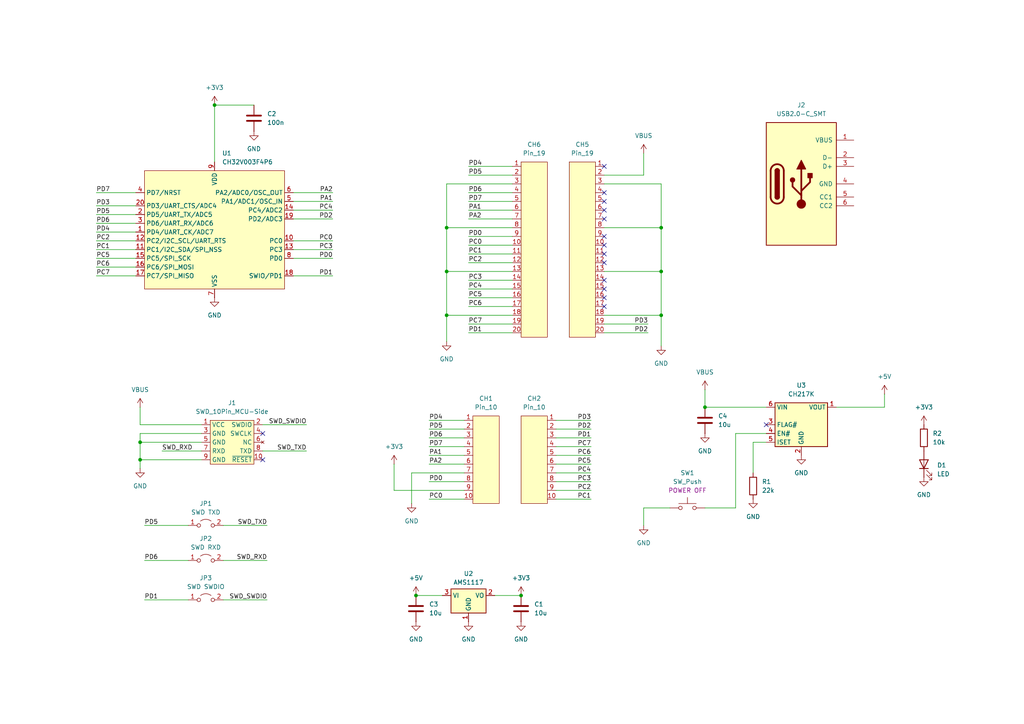
<source format=kicad_sch>
(kicad_sch (version 20231120) (generator "eeschema") (generator_version "8.0")
  (paper "A4")
  (lib_symbols
    (symbol "74th_Interface:Jumper_2" (pin_names (offset 0) hide)
      (property "Reference" "JP" (at 0 2.794 0))
      (property "Value" "Jumper_2_Open" (at 0 -2.286 0))
      (symbol "Jumper_2_0_0"
        (circle (center -2.032 0) (radius 0.508))
        (circle (center 2.032 0) (radius 0.508))
      )
      (symbol "Jumper_2_0_1"
        (arc (start 1.524 1.27) (mid 0 1.778) (end -1.524 1.27))
      )
      (symbol "Jumper_2_1_1"
        (pin passive line (at -5.08 0 0) (length 2.54) (name "A") (number "1"))
        (pin passive line (at 5.08 0 180) (length 2.54) (name "B") (number "2"))
      )
    )
    (symbol "74th_Interface:Pin_10"
      (property "Reference" "CH" (at 0 2.54 0))
      (property "Value" "Pin_10" (at 0 5.08 0))
      (symbol "Pin_10_0_1"
        (rectangle (start -3.81 1.27) (end 3.81 -24.13) (stroke (width 0.1524)) (fill (type background)))
      )
      (symbol "Pin_10_1_1"
        (pin bidirectional line (at 6.35 0 180) (length 2.54) (name "") (number "1"))
        (pin bidirectional line (at 6.35 -22.86 180) (length 2.54) (name "") (number "10"))
        (pin bidirectional line (at 6.35 -2.54 180) (length 2.54) (name "") (number "2"))
        (pin bidirectional line (at 6.35 -5.08 180) (length 2.54) (name "") (number "3"))
        (pin bidirectional line (at 6.35 -7.62 180) (length 2.54) (name "") (number "4"))
        (pin bidirectional line (at 6.35 -10.16 180) (length 2.54) (name "") (number "5"))
        (pin bidirectional line (at 6.35 -12.7 180) (length 2.54) (name "") (number "6"))
        (pin bidirectional line (at 6.35 -15.24 180) (length 2.54) (name "") (number "7"))
        (pin bidirectional line (at 6.35 -17.78 180) (length 2.54) (name "") (number "8"))
        (pin bidirectional line (at 6.35 -20.32 180) (length 2.54) (name "") (number "9"))
      )
    )
    (symbol "74th_Interface:Pin_20"
      (property "Reference" "CH" (at 0 2.54 0))
      (property "Value" "Pin_19" (at 0 5.08 0))
      (symbol "Pin_20_0_1"
        (rectangle (start -3.81 1.27) (end 3.81 -49.53) (stroke (width 0.1524)) (fill (type background)))
      )
      (symbol "Pin_20_1_1"
        (pin bidirectional line (at 6.35 0 180) (length 2.54) (name "") (number "1"))
        (pin bidirectional line (at 6.35 -22.86 180) (length 2.54) (name "") (number "10"))
        (pin bidirectional line (at 6.35 -25.4 180) (length 2.54) (name "") (number "11"))
        (pin bidirectional line (at 6.35 -27.94 180) (length 2.54) (name "") (number "12"))
        (pin bidirectional line (at 6.35 -30.48 180) (length 2.54) (name "") (number "13"))
        (pin bidirectional line (at 6.35 -33.02 180) (length 2.54) (name "") (number "14"))
        (pin bidirectional line (at 6.35 -35.56 180) (length 2.54) (name "") (number "15"))
        (pin bidirectional line (at 6.35 -38.1 180) (length 2.54) (name "") (number "16"))
        (pin bidirectional line (at 6.35 -40.64 180) (length 2.54) (name "") (number "17"))
        (pin bidirectional line (at 6.35 -43.18 180) (length 2.54) (name "") (number "18"))
        (pin bidirectional line (at 6.35 -45.72 180) (length 2.54) (name "") (number "19"))
        (pin bidirectional line (at 6.35 -2.54 180) (length 2.54) (name "") (number "2"))
        (pin bidirectional line (at 6.35 -48.26 180) (length 2.54) (name "") (number "20"))
        (pin bidirectional line (at 6.35 -5.08 180) (length 2.54) (name "") (number "3"))
        (pin bidirectional line (at 6.35 -7.62 180) (length 2.54) (name "") (number "4"))
        (pin bidirectional line (at 6.35 -10.16 180) (length 2.54) (name "") (number "5"))
        (pin bidirectional line (at 6.35 -12.7 180) (length 2.54) (name "") (number "6"))
        (pin bidirectional line (at 6.35 -15.24 180) (length 2.54) (name "") (number "7"))
        (pin bidirectional line (at 6.35 -17.78 180) (length 2.54) (name "") (number "8"))
        (pin bidirectional line (at 6.35 -20.32 180) (length 2.54) (name "") (number "9"))
      )
    )
    (symbol "74th_Interface:SWD_10Pin_MCU-Side"
      (property "Reference" "J" (at 0 7.62 0))
      (property "Value" "SWD_10Pin_MCU-Side" (at 0 5.08 0))
      (symbol "SWD_10Pin_MCU-Side_0_1"
        (rectangle (start -6.35 3.81) (end 6.35 -8.89) (fill (type background)))
      )
      (symbol "SWD_10Pin_MCU-Side_1_1"
        (pin passive line (at -8.89 2.54 0) (length 2.54) (name "VCC") (number "1"))
        (pin bidirectional line (at 8.89 -7.62 180) (length 2.54) (name "~{RESET}") (number "10"))
        (pin bidirectional line (at 8.89 2.54 180) (length 2.54) (name "SWDIO") (number "2"))
        (pin passive line (at -8.89 0 0) (length 2.54) (name "GND") (number "3"))
        (pin input line (at 8.89 0 180) (length 2.54) (name "SWCLK") (number "4"))
        (pin passive line (at -8.89 -2.54 0) (length 2.54) (name "GND") (number "5"))
        (pin no_connect line (at 8.89 -2.54 180) (length 2.54) (name "NC") (number "6"))
        (pin input line (at -8.89 -5.08 0) (length 2.54) (name "RXD") (number "7"))
        (pin output line (at 8.89 -5.08 180) (length 2.54) (name "TXD") (number "8"))
        (pin passive line (at -8.89 -7.62 0) (length 2.54) (name "GND") (number "9"))
      )
    )
    (symbol "74th_Interface:SW_Push" (pin_numbers hide) (pin_names (offset 1.016) hide)
      (property "Reference" "SW" (at 1.27 2.54 0))
      (property "Value" "SW_Push" (at 0 -1.524 0))
      (property "Function" "Function" (at 0 -3.81 0))
      (symbol "SW_Push_0_1"
        (circle (center -2.032 0) (radius 0.508))
        (polyline (pts (xy 0 1.27) (xy 0 3.048)))
        (polyline (pts (xy 2.54 1.27) (xy -2.54 1.27)))
        (circle (center 2.032 0) (radius 0.508))
        (pin passive line (at -5.08 0 0) (length 2.54) (name "1") (number "1"))
        (pin passive line (at 5.08 0 180) (length 2.54) (name "2") (number "2"))
      )
    )
    (symbol "74th_Interface:USB_TypeC-2.0_Receptacle_Simple" (pin_names (offset 1.016))
      (property "Reference" "J" (at -10.16 19.05 0))
      (property "Value" "USB2.0-C_SMT" (at 15.24 19.05 0))
      (symbol "USB_TypeC-2.0_Receptacle_Simple_0_1"
        (rectangle (start -10.16 17.78) (end 10.16 -17.78) (stroke (width 0.254)) (fill (type background)))
        (arc (start -8.89 -3.81) (mid -6.985 -5.7067) (end -5.08 -3.81) (stroke (width 0.508)))
        (arc (start -7.62 -3.81) (mid -6.985 -4.4423) (end -6.35 -3.81) (stroke (width 0.254)))
        (arc (start -7.62 -3.81) (mid -6.985 -4.4423) (end -6.35 -3.81) (stroke (width 0.254)) (fill (type outline)))
        (rectangle (start -7.62 -3.81) (end -6.35 3.81) (stroke (width 0.254)) (fill (type outline)))
        (arc (start -6.35 3.81) (mid -6.985 4.4423) (end -7.62 3.81) (stroke (width 0.254)))
        (arc (start -6.35 3.81) (mid -6.985 4.4423) (end -7.62 3.81) (stroke (width 0.254)) (fill (type outline)))
        (arc (start -5.08 3.81) (mid -6.985 5.7067) (end -8.89 3.81) (stroke (width 0.508)))
        (circle (center -2.54 1.143) (radius 0.635) (stroke (width 0.254)) (fill (type outline)))
        (circle (center 0 -5.842) (radius 1.27) (fill (type outline)))
        (polyline (pts (xy -8.89 -3.81) (xy -8.89 3.81)) (stroke (width 0.508)))
        (polyline (pts (xy -5.08 3.81) (xy -5.08 -3.81)) (stroke (width 0.508)))
        (polyline (pts (xy 0 -5.842) (xy 0 4.318)) (stroke (width 0.508)))
        (polyline (pts (xy 0 -3.302) (xy -2.54 -0.762) (xy -2.54 0.508)) (stroke (width 0.508)))
        (polyline (pts (xy 0 -2.032) (xy 2.54 0.508) (xy 2.54 1.778)) (stroke (width 0.508)))
        (polyline (pts (xy -1.27 4.318) (xy 0 6.858) (xy 1.27 4.318) (xy -1.27 4.318)) (stroke (width 0.254)) (fill (type outline)))
        (rectangle (start 1.905 1.778) (end 3.175 3.048) (stroke (width 0.254)) (fill (type outline)))
      )
      (symbol "USB_TypeC-2.0_Receptacle_Simple_1_1"
        (pin power_out line (at 15.24 12.7 180) (length 5.08) (name "VBUS") (number "1"))
        (pin bidirectional line (at 15.24 7.62 180) (length 5.08) (name "D-") (number "2"))
        (pin bidirectional line (at 15.24 5.08 180) (length 5.08) (name "D+") (number "3"))
        (pin power_out line (at 15.24 0 180) (length 5.08) (name "GND") (number "4"))
        (pin input line (at 15.24 -3.81 180) (length 5.08) (name "CC1") (number "5"))
        (pin input line (at 15.24 -6.35 180) (length 5.08) (name "CC2") (number "6"))
      )
    )
    (symbol "74th_MCU:CH32V003F4P6"
      (property "Reference" "U" (at -11.43 25.4 0))
      (property "Value" "CH32V003F4P6" (at 12.7 25.4 0))
      (symbol "CH32V003F4P6_0_1"
        (rectangle (start -20.32 24.13) (end 20.32 -10.16) (stroke (width 0.1524)) (fill (type background)))
      )
      (symbol "CH32V003F4P6_1_1"
        (pin bidirectional line (at -22.86 6.35 0) (length 2.54) (name "PD4/UART_CK/ADC7") (number "1"))
        (pin bidirectional line (at 22.86 3.81 180) (length 2.54) (name "PC0") (number "10"))
        (pin bidirectional line (at -22.86 1.27 0) (length 2.54) (name "PC1/I2C_SDA/SPI_NSS") (number "11"))
        (pin bidirectional line (at -22.86 3.81 0) (length 2.54) (name "PC2/I2C_SCL/UART_RTS") (number "12"))
        (pin bidirectional line (at 22.86 1.27 180) (length 2.54) (name "PC3") (number "13"))
        (pin bidirectional line (at 22.86 12.7 180) (length 2.54) (name "PC4/ADC2") (number "14"))
        (pin bidirectional line (at -22.86 -1.27 0) (length 2.54) (name "PC5/SPI_SCK") (number "15"))
        (pin bidirectional line (at -22.86 -3.81 0) (length 2.54) (name "PC6/SPI_MOSI") (number "16"))
        (pin bidirectional line (at -22.86 -6.35 0) (length 2.54) (name "PC7/SPI_MISO") (number "17"))
        (pin bidirectional line (at 22.86 -6.35 180) (length 2.54) (name "SWIO/PD1") (number "18"))
        (pin bidirectional line (at 22.86 10.16 180) (length 2.54) (name "PD2/ADC3") (number "19"))
        (pin bidirectional line (at -22.86 11.43 0) (length 2.54) (name "PD5/UART_TX/ADC5") (number "2"))
        (pin bidirectional line (at -22.86 13.97 0) (length 2.54) (name "PD3/UART_CTS/ADC4") (number "20"))
        (pin bidirectional line (at -22.86 8.89 0) (length 2.54) (name "PD6/UART_RX/ADC6") (number "3"))
        (pin bidirectional line (at -22.86 17.78 0) (length 2.54) (name "PD7/NRST") (number "4"))
        (pin bidirectional line (at 22.86 15.24 180) (length 2.54) (name "PA1/ADC1/OSC_IN") (number "5"))
        (pin bidirectional line (at 22.86 17.78 180) (length 2.54) (name "PA2/ADC0/OSC_OUT") (number "6"))
        (pin power_in line (at 0 -12.7 90) (length 2.54) (name "VSS") (number "7"))
        (pin bidirectional line (at 22.86 -1.27 180) (length 2.54) (name "PD0") (number "8"))
        (pin power_in line (at 0 26.67 270) (length 2.54) (name "VDD") (number "9"))
      )
    )
    (symbol "74th_Passive:AMS1117-3.3_Regulator_SOT89"
      (property "Reference" "U" (at -3.81 3.175 0))
      (property "Value" "AMS1117" (at 0 3.175 0))
      (symbol "AMS1117-3.3_Regulator_SOT89_0_1"
        (rectangle (start -5.08 1.905) (end 5.08 -5.08) (stroke (width 0.254)) (fill (type background)))
      )
      (symbol "AMS1117-3.3_Regulator_SOT89_1_1"
        (pin power_in line (at 0 -7.62 90) (length 2.54) (name "GND") (number "1"))
        (pin power_out line (at 7.62 0 180) (length 2.54) (name "VO") (number "2"))
        (pin power_in line (at -7.62 0 0) (length 2.54) (name "VI") (number "3"))
      )
    )
    (symbol "74th_Passive:CH217K_USB-Power-Limit-Switch"
      (property "Reference" "U" (at -6.35 5.08 0))
      (property "Value" "CH217K" (at 3.81 5.08 0))
      (symbol "CH217K_USB-Power-Limit-Switch_1_1"
        (rectangle (start -7.62 3.81) (end 7.62 -8.89) (stroke (width 0.254)) (fill (type background)))
        (pin power_out line (at 10.16 2.54 180) (length 2.54) (name "VOUT") (number "1"))
        (pin power_in line (at 0 -11.43 90) (length 2.54) (name "GND") (number "2"))
        (pin input line (at -10.16 -2.54 0) (length 2.54) (name "FLAG#") (number "3"))
        (pin input line (at -10.16 -5.08 0) (length 2.54) (name "EN#") (number "4"))
        (pin input line (at -10.16 -7.62 0) (length 2.54) (name "ISET") (number "5"))
        (pin power_in line (at -10.16 2.54 0) (length 2.54) (name "VIN") (number "6"))
      )
    )
    (symbol "Device:C" (pin_numbers hide) (pin_names (offset 0.254))
      (property "Reference" "C" (at 0.635 2.54 0))
      (property "Value" "C" (at 0.635 -2.54 0))
      (symbol "C_0_1"
        (polyline (pts (xy -2.032 -0.762) (xy 2.032 -0.762)) (stroke (width 0.508)))
        (polyline (pts (xy -2.032 0.762) (xy 2.032 0.762)) (stroke (width 0.508)))
      )
      (symbol "C_1_1"
        (pin passive line (at 0 3.81 270) (length 2.794) (name "~") (number "1"))
        (pin passive line (at 0 -3.81 90) (length 2.794) (name "~") (number "2"))
      )
    )
    (symbol "Device:LED" (pin_numbers hide) (pin_names (offset 1.016) hide)
      (property "Reference" "D" (at 0 2.54 0))
      (property "Value" "LED" (at 0 -2.54 0))
      (symbol "LED_0_1"
        (polyline (pts (xy -1.27 -1.27) (xy -1.27 1.27)) (stroke (width 0.254)))
        (polyline (pts (xy -1.27 0) (xy 1.27 0)))
        (polyline (pts (xy 1.27 -1.27) (xy 1.27 1.27) (xy -1.27 0) (xy 1.27 -1.27)) (stroke (width 0.254)))
        (polyline (pts (xy -3.048 -0.762) (xy -4.572 -2.286) (xy -3.81 -2.286) (xy -4.572 -2.286) (xy -4.572 -1.524)))
        (polyline (pts (xy -1.778 -0.762) (xy -3.302 -2.286) (xy -2.54 -2.286) (xy -3.302 -2.286) (xy -3.302 -1.524)))
      )
      (symbol "LED_1_1"
        (pin passive line (at -3.81 0 0) (length 2.54) (name "K") (number "1"))
        (pin passive line (at 3.81 0 180) (length 2.54) (name "A") (number "2"))
      )
    )
    (symbol "Device:R" (pin_numbers hide) (pin_names (offset 0))
      (property "Reference" "R" (at 2.032 0 90))
      (property "Value" "R" (at 0 0 90))
      (symbol "R_0_1"
        (rectangle (start -1.016 -2.54) (end 1.016 2.54) (stroke (width 0.254)))
      )
      (symbol "R_1_1"
        (pin passive line (at 0 3.81 270) (length 1.27) (name "~") (number "1"))
        (pin passive line (at 0 -3.81 90) (length 1.27) (name "~") (number "2"))
      )
    )
    (symbol "power:+3V3" (power) (pin_numbers hide) (pin_names (offset 0) hide)
      (property "Value" "+3V3" (at 0 3.556 0))
      (symbol "+3V3_0_1"
        (polyline (pts (xy -0.762 1.27) (xy 0 2.54)))
        (polyline (pts (xy 0 0) (xy 0 2.54)))
        (polyline (pts (xy 0 2.54) (xy 0.762 1.27)))
      )
      (symbol "+3V3_1_1"
        (pin power_in line (at 0 0 90) (length 0) (name "~") (number "1"))
      )
    )
    (symbol "power:+5V" (power) (pin_numbers hide) (pin_names (offset 0) hide)
      (property "Value" "+5V" (at 0 3.556 0))
      (symbol "+5V_0_1"
        (polyline (pts (xy -0.762 1.27) (xy 0 2.54)))
        (polyline (pts (xy 0 0) (xy 0 2.54)))
        (polyline (pts (xy 0 2.54) (xy 0.762 1.27)))
      )
      (symbol "+5V_1_1"
        (pin power_in line (at 0 0 90) (length 0) (name "~") (number "1"))
      )
    )
    (symbol "power:GND" (power) (pin_numbers hide) (pin_names (offset 0) hide)
      (property "Value" "GND" (at 0 -3.81 0))
      (symbol "GND_0_1"
        (polyline (pts (xy 0 0) (xy 0 -1.27) (xy 1.27 -1.27) (xy 0 -2.54) (xy -1.27 -1.27) (xy 0 -1.27)))
      )
      (symbol "GND_1_1"
        (pin power_in line (at 0 0 270) (length 0) (name "~") (number "1"))
      )
    )
    (symbol "power:VBUS" (power) (pin_numbers hide) (pin_names (offset 0) hide)
      (property "Value" "VBUS" (at 0 3.556 0))
      (symbol "VBUS_0_1"
        (polyline (pts (xy -0.762 1.27) (xy 0 2.54)))
        (polyline (pts (xy 0 0) (xy 0 2.54)))
        (polyline (pts (xy 0 2.54) (xy 0.762 1.27)))
      )
      (symbol "VBUS_1_1"
        (pin power_in line (at 0 0 90) (length 0) (name "~") (number "1"))
      )
    )
  )
  (junction (at 191.77 78.74))
  (junction (at 129.54 78.74))
  (junction (at 129.54 91.44))
  (junction (at 204.47 118.11))
  (junction (at 191.77 66.04))
  (junction (at 120.65 172.72))
  (junction (at 40.64 133.35))
  (junction (at 191.77 91.44))
  (junction (at 62.23 30.48))
  (junction (at 151.13 172.72))
  (junction (at 129.54 66.04))
  (junction (at 40.64 128.27))
  (no_connect (at 175.26 73.66))
  (no_connect (at 76.2 133.35))
  (no_connect (at 175.26 83.82))
  (no_connect (at 175.26 86.36))
  (no_connect (at 175.26 71.12))
  (no_connect (at 76.2 125.73))
  (no_connect (at 175.26 55.88))
  (no_connect (at 175.26 76.2))
  (no_connect (at 175.26 48.26))
  (no_connect (at 175.26 88.9))
  (no_connect (at 175.26 81.28))
  (no_connect (at 175.26 68.58))
  (no_connect (at 175.26 63.5))
  (no_connect (at 222.25 123.19))
  (no_connect (at 175.26 58.42))
  (no_connect (at 175.26 60.96))
  (wire (pts (xy 129.54 78.74) (xy 129.54 66.04)))
  (wire (pts (xy 64.77 152.4) (xy 77.47 152.4)))
  (wire (pts (xy 135.89 68.58) (xy 148.59 68.58)))
  (wire (pts (xy 64.77 173.99) (xy 77.47 173.99)))
  (wire (pts (xy 27.94 67.31) (xy 39.37 67.31)))
  (wire (pts (xy 204.47 147.32) (xy 213.36 147.32)))
  (wire (pts (xy 40.64 123.19) (xy 58.42 123.19)))
  (wire (pts (xy 27.94 72.39) (xy 39.37 72.39)))
  (wire (pts (xy 135.89 81.28) (xy 148.59 81.28)))
  (wire (pts (xy 76.2 123.19) (xy 88.9 123.19)))
  (wire (pts (xy 191.77 91.44) (xy 191.77 100.33)))
  (wire (pts (xy 175.26 96.52) (xy 187.96 96.52)))
  (wire (pts (xy 135.89 76.2) (xy 148.59 76.2)))
  (wire (pts (xy 124.46 132.08) (xy 134.62 132.08)))
  (wire (pts (xy 129.54 91.44) (xy 148.59 91.44)))
  (wire (pts (xy 85.09 58.42) (xy 96.52 58.42)))
  (wire (pts (xy 161.29 142.24) (xy 171.45 142.24)))
  (wire (pts (xy 40.64 133.35) (xy 40.64 135.89)))
  (wire (pts (xy 134.62 137.16) (xy 119.38 137.16)))
  (wire (pts (xy 161.29 139.7) (xy 171.45 139.7)))
  (wire (pts (xy 135.89 58.42) (xy 148.59 58.42)))
  (wire (pts (xy 135.89 93.98) (xy 148.59 93.98)))
  (wire (pts (xy 129.54 91.44) (xy 129.54 78.74)))
  (wire (pts (xy 135.89 48.26) (xy 148.59 48.26)))
  (wire (pts (xy 85.09 80.01) (xy 96.52 80.01)))
  (wire (pts (xy 175.26 91.44) (xy 191.77 91.44)))
  (wire (pts (xy 175.26 78.74) (xy 191.77 78.74)))
  (wire (pts (xy 27.94 77.47) (xy 39.37 77.47)))
  (wire (pts (xy 27.94 69.85) (xy 39.37 69.85)))
  (wire (pts (xy 175.26 66.04) (xy 191.77 66.04)))
  (wire (pts (xy 175.26 53.34) (xy 191.77 53.34)))
  (wire (pts (xy 124.46 134.62) (xy 134.62 134.62)))
  (wire (pts (xy 41.91 162.56) (xy 54.61 162.56)))
  (wire (pts (xy 27.94 64.77) (xy 39.37 64.77)))
  (wire (pts (xy 135.89 83.82) (xy 148.59 83.82)))
  (wire (pts (xy 161.29 144.78) (xy 171.45 144.78)))
  (wire (pts (xy 135.89 63.5) (xy 148.59 63.5)))
  (wire (pts (xy 186.69 152.4) (xy 186.69 147.32)))
  (wire (pts (xy 218.44 128.27) (xy 222.25 128.27)))
  (wire (pts (xy 124.46 124.46) (xy 134.62 124.46)))
  (wire (pts (xy 119.38 137.16) (xy 119.38 146.05)))
  (wire (pts (xy 27.94 74.93) (xy 39.37 74.93)))
  (wire (pts (xy 40.64 125.73) (xy 40.64 128.27)))
  (wire (pts (xy 134.62 142.24) (xy 114.3 142.24)))
  (wire (pts (xy 85.09 74.93) (xy 96.52 74.93)))
  (wire (pts (xy 175.26 93.98) (xy 187.96 93.98)))
  (wire (pts (xy 62.23 30.48) (xy 73.66 30.48)))
  (wire (pts (xy 114.3 142.24) (xy 114.3 134.62)))
  (wire (pts (xy 40.64 128.27) (xy 40.64 133.35)))
  (wire (pts (xy 85.09 63.5) (xy 96.52 63.5)))
  (wire (pts (xy 40.64 118.11) (xy 40.64 123.19)))
  (wire (pts (xy 256.54 114.3) (xy 256.54 118.11)))
  (wire (pts (xy 186.69 44.45) (xy 186.69 50.8)))
  (wire (pts (xy 135.89 60.96) (xy 148.59 60.96)))
  (wire (pts (xy 85.09 72.39) (xy 96.52 72.39)))
  (wire (pts (xy 186.69 147.32) (xy 194.31 147.32)))
  (wire (pts (xy 204.47 118.11) (xy 204.47 113.03)))
  (wire (pts (xy 135.89 50.8) (xy 148.59 50.8)))
  (wire (pts (xy 135.89 96.52) (xy 148.59 96.52)))
  (wire (pts (xy 161.29 121.92) (xy 171.45 121.92)))
  (wire (pts (xy 41.91 173.99) (xy 54.61 173.99)))
  (wire (pts (xy 27.94 59.69) (xy 39.37 59.69)))
  (wire (pts (xy 191.77 53.34) (xy 191.77 66.04)))
  (wire (pts (xy 129.54 66.04) (xy 148.59 66.04)))
  (wire (pts (xy 161.29 124.46) (xy 171.45 124.46)))
  (wire (pts (xy 85.09 55.88) (xy 96.52 55.88)))
  (wire (pts (xy 135.89 55.88) (xy 148.59 55.88)))
  (wire (pts (xy 58.42 125.73) (xy 40.64 125.73)))
  (wire (pts (xy 143.51 172.72) (xy 151.13 172.72)))
  (wire (pts (xy 161.29 129.54) (xy 171.45 129.54)))
  (wire (pts (xy 135.89 88.9) (xy 148.59 88.9)))
  (wire (pts (xy 161.29 127) (xy 171.45 127)))
  (wire (pts (xy 135.89 71.12) (xy 148.59 71.12)))
  (wire (pts (xy 64.77 162.56) (xy 77.47 162.56)))
  (wire (pts (xy 85.09 60.96) (xy 96.52 60.96)))
  (wire (pts (xy 124.46 144.78) (xy 134.62 144.78)))
  (wire (pts (xy 27.94 80.01) (xy 39.37 80.01)))
  (wire (pts (xy 129.54 66.04) (xy 129.54 53.34)))
  (wire (pts (xy 129.54 53.34) (xy 148.59 53.34)))
  (wire (pts (xy 85.09 69.85) (xy 96.52 69.85)))
  (wire (pts (xy 213.36 125.73) (xy 222.25 125.73)))
  (wire (pts (xy 41.91 152.4) (xy 54.61 152.4)))
  (wire (pts (xy 213.36 147.32) (xy 213.36 125.73)))
  (wire (pts (xy 124.46 139.7) (xy 134.62 139.7)))
  (wire (pts (xy 120.65 172.72) (xy 128.27 172.72)))
  (wire (pts (xy 27.94 55.88) (xy 39.37 55.88)))
  (wire (pts (xy 40.64 133.35) (xy 58.42 133.35)))
  (wire (pts (xy 135.89 86.36) (xy 148.59 86.36)))
  (wire (pts (xy 76.2 130.81) (xy 88.9 130.81)))
  (wire (pts (xy 124.46 127) (xy 134.62 127)))
  (wire (pts (xy 191.77 78.74) (xy 191.77 91.44)))
  (wire (pts (xy 27.94 62.23) (xy 39.37 62.23)))
  (wire (pts (xy 129.54 78.74) (xy 148.59 78.74)))
  (wire (pts (xy 256.54 118.11) (xy 242.57 118.11)))
  (wire (pts (xy 124.46 129.54) (xy 134.62 129.54)))
  (wire (pts (xy 135.89 73.66) (xy 148.59 73.66)))
  (wire (pts (xy 186.69 50.8) (xy 175.26 50.8)))
  (wire (pts (xy 129.54 99.06) (xy 129.54 91.44)))
  (wire (pts (xy 161.29 134.62) (xy 171.45 134.62)))
  (wire (pts (xy 62.23 30.48) (xy 62.23 46.99)))
  (wire (pts (xy 218.44 137.16) (xy 218.44 128.27)))
  (wire (pts (xy 161.29 132.08) (xy 171.45 132.08)))
  (wire (pts (xy 46.99 130.81) (xy 58.42 130.81)))
  (wire (pts (xy 191.77 66.04) (xy 191.77 78.74)))
  (wire (pts (xy 124.46 121.92) (xy 134.62 121.92)))
  (wire (pts (xy 222.25 118.11) (xy 204.47 118.11)))
  (wire (pts (xy 161.29 137.16) (xy 171.45 137.16)))
  (wire (pts (xy 40.64 128.27) (xy 58.42 128.27)))
  (label "PC1" (at 171.45 144.78 180))
  (label "PC3" (at 96.52 72.39 180))
  (label "PD4" (at 27.94 67.31 0))
  (label "PD5" (at 27.94 62.23 0))
  (label "PC6" (at 27.94 77.47 0))
  (label "PC6" (at 135.89 88.9 0))
  (label "PC5" (at 27.94 74.93 0))
  (label "SWD_TXD" (at 77.47 152.4 180))
  (label "PD5" (at 124.46 124.46 0))
  (label "PD6" (at 135.89 55.88 0))
  (label "PC7" (at 27.94 80.01 0))
  (label "PD3" (at 171.45 121.92 180))
  (label "SWD_RXD" (at 46.99 130.81 0))
  (label "PD3" (at 187.96 93.98 180))
  (label "PC5" (at 171.45 134.62 180))
  (label "PC4" (at 96.52 60.96 180))
  (label "PD6" (at 41.91 162.56 0))
  (label "PD1" (at 41.91 173.99 0))
  (label "PD0" (at 135.89 68.58 0))
  (label "PA2" (at 96.52 55.88 180))
  (label "PA1" (at 124.46 132.08 0))
  (label "PC0" (at 135.89 71.12 0))
  (label "PD5" (at 41.91 152.4 0))
  (label "PD7" (at 124.46 129.54 0))
  (label "PD2" (at 187.96 96.52 180))
  (label "SWD_TXD" (at 88.9 130.81 180))
  (label "PD6" (at 124.46 127 0))
  (label "PA1" (at 135.89 60.96 0))
  (label "PA2" (at 135.89 63.5 0))
  (label "PD1" (at 135.89 96.52 0))
  (label "PD7" (at 135.89 58.42 0))
  (label "PD4" (at 124.46 121.92 0))
  (label "PC3" (at 171.45 139.7 180))
  (label "PD1" (at 171.45 127 180))
  (label "PC0" (at 124.46 144.78 0))
  (label "PC7" (at 171.45 129.54 180))
  (label "PC2" (at 27.94 69.85 0))
  (label "PD7" (at 27.94 55.88 0))
  (label "PD3" (at 27.94 59.69 0))
  (label "PC0" (at 96.52 69.85 180))
  (label "PD1" (at 96.52 80.01 180))
  (label "PC3" (at 135.89 81.28 0))
  (label "PA1" (at 96.52 58.42 180))
  (label "PD4" (at 135.89 48.26 0))
  (label "PD6" (at 27.94 64.77 0))
  (label "PC4" (at 135.89 83.82 0))
  (label "PC7" (at 135.89 93.98 0))
  (label "SWD_SWDIO" (at 77.47 173.99 180))
  (label "PC4" (at 171.45 137.16 180))
  (label "PC1" (at 135.89 73.66 0))
  (label "PC6" (at 171.45 132.08 180))
  (label "PD0" (at 124.46 139.7 0))
  (label "PD2" (at 96.52 63.5 180))
  (label "SWD_SWDIO" (at 88.9 123.19 180))
  (label "PC5" (at 135.89 86.36 0))
  (label "PC2" (at 171.45 142.24 180))
  (label "SWD_RXD" (at 77.47 162.56 180))
  (label "PC1" (at 27.94 72.39 0))
  (label "PD5" (at 135.89 50.8 0))
  (label "PD2" (at 171.45 124.46 180))
  (label "PA2" (at 124.46 134.62 0))
  (label "PC2" (at 135.89 76.2 0))
  (label "PD0" (at 96.52 74.93 180))
  (symbol (lib_id "power:+3V3") (at 62.23 30.48 0) (unit 1)
    (property "Reference" "#PWR011" (effects (hide yes)))
    (property "Value" "+3V3" (at 62.23 25.4 0))
    (property "Description" "Power symbol creates a global label with name \"+3V3\"" (effects (hide yes)))
  )
  (symbol (lib_id "power:GND") (at 129.54 99.06 0) (unit 1)
    (property "Reference" "#PWR07" (effects (hide yes)))
    (property "Value" "GND" (at 129.54 104.14 0))
    (property "Description" "Power symbol creates a global label with name \"GND\" , ground" (effects (hide yes)))
  )
  (symbol (lib_id "74th_Interface:Pin_20") (at 154.94 48.26 0) (mirror y) (unit 1)
    (property "Reference" "CH6" (at 154.94 41.91 0))
    (property "Value" "Pin_19" (at 154.94 44.45 0))
    (property "Footprint" "74th:PinOut_Pin_20" (effects (hide yes)))
  )
  (symbol (lib_id "Device:C") (at 73.66 34.29 0) (unit 1)
    (property "Reference" "C2" (at 77.47 33.0199 0) (effects (justify left)))
    (property "Value" "100n" (at 77.47 35.5599 0) (effects (justify left)))
    (property "Footprint" "74th:Capacitor_0603_1608_WithSizeText" (effects (hide yes)))
    (property "Description" "Unpolarized capacitor" (effects (hide yes)))
  )
  (symbol (lib_id "74th_Interface:SWD_10Pin_MCU-Side") (at 67.31 125.73 0) (unit 1)
    (property "Reference" "J1" (at 67.31 116.84 0))
    (property "Value" "SWD_10Pin_MCU-Side" (at 67.31 119.38 0))
    (property "Footprint" "74th:Connector_HalfPinHeader_SWD" (effects (hide yes)))
  )
  (symbol (lib_id "74th_Interface:USB_TypeC-2.0_Receptacle_Simple") (at 232.41 53.34 0) (unit 1)
    (property "Reference" "J2" (at 232.41 30.48 0))
    (property "Value" "USB2.0-C_SMT" (at 232.41 33.02 0))
    (property "Footprint" "74th:Connector_USB-C-Receptacle_SMT_12-Pin_Simple" (effects (hide yes)))
    (property "Datasheet" "https://www.usb.org/sites/default/files/documents/usb_type-c.zip" (effects (hide yes)))
    (property "Description" "USB 2.0-only Type-C Plug connector" (effects (hide yes)))
  )
  (symbol (lib_id "power:VBUS") (at 186.69 44.45 0) (unit 1)
    (property "Reference" "#PWR03" (effects (hide yes)))
    (property "Value" "VBUS" (at 186.69 39.37 0))
    (property "Description" "Power symbol creates a global label with name \"VBUS\"" (effects (hide yes)))
  )
  (symbol (lib_id "74th_Interface:Jumper_2") (at 59.69 162.56 0) (unit 1)
    (property "Reference" "JP2" (at 59.69 156.21 0))
    (property "Value" "SWD RXD" (at 59.69 158.75 0))
    (property "Footprint" "74th:SolderJumper-2" (effects (hide yes)))
    (property "Description" "Jumper, 2-pole, open" (effects (hide yes)))
  )
  (symbol (lib_id "74th_Interface:Pin_10") (at 154.94 121.92 0) (unit 1)
    (property "Reference" "CH2" (at 154.94 115.57 0))
    (property "Value" "Pin_10" (at 154.94 118.11 0))
    (property "Footprint" "74th:PinOut_Pin_10" (effects (hide yes)))
  )
  (symbol (lib_id "power:GND") (at 73.66 38.1 0) (unit 1)
    (property "Reference" "#PWR04" (effects (hide yes)))
    (property "Value" "GND" (at 73.66 43.18 0))
    (property "Description" "Power symbol creates a global label with name \"GND\" , ground" (effects (hide yes)))
  )
  (symbol (lib_id "power:+3V3") (at 151.13 172.72 0) (unit 1)
    (property "Reference" "#PWR09" (effects (hide yes)))
    (property "Value" "+3V3" (at 151.13 167.64 0))
    (property "Description" "Power symbol creates a global label with name \"+3V3\"" (effects (hide yes)))
  )
  (symbol (lib_id "74th_Interface:Jumper_2") (at 59.69 152.4 0) (unit 1)
    (property "Reference" "JP1" (at 59.69 146.05 0))
    (property "Value" "SWD TXD" (at 59.69 148.59 0))
    (property "Footprint" "74th:SolderJumper-2" (effects (hide yes)))
    (property "Description" "Jumper, 2-pole, open" (effects (hide yes)))
  )
  (symbol (lib_id "power:GND") (at 119.38 146.05 0) (unit 1)
    (property "Reference" "#PWR016" (effects (hide yes)))
    (property "Value" "GND" (at 119.38 151.13 0))
    (property "Description" "Power symbol creates a global label with name \"GND\" , ground" (effects (hide yes)))
  )
  (symbol (lib_id "power:GND") (at 151.13 180.34 0) (unit 1)
    (property "Reference" "#PWR014" (effects (hide yes)))
    (property "Value" "GND" (at 151.13 185.42 0))
    (property "Description" "Power symbol creates a global label with name \"GND\" , ground" (effects (hide yes)))
  )
  (symbol (lib_id "power:GND") (at 232.41 132.08 0) (unit 1)
    (property "Reference" "#PWR021" (effects (hide yes)))
    (property "Value" "GND" (at 232.41 137.16 0))
    (property "Description" "Power symbol creates a global label with name \"GND\" , ground" (effects (hide yes)))
  )
  (symbol (lib_id "Device:LED") (at 267.97 134.62 90) (unit 1)
    (property "Reference" "D1" (at 271.78 134.9374 90) (effects (justify right)))
    (property "Value" "LED" (at 271.78 137.4774 90) (effects (justify right)))
    (property "Footprint" "74th:LED_0805_2012" (effects (hide yes)))
    (property "Description" "Light emitting diode" (effects (hide yes)))
  )
  (symbol (lib_id "power:VBUS") (at 204.47 113.03 0) (unit 1)
    (property "Reference" "#PWR019" (effects (hide yes)))
    (property "Value" "VBUS" (at 204.47 107.95 0))
    (property "Description" "Power symbol creates a global label with name \"VBUS\"" (effects (hide yes)))
  )
  (symbol (lib_id "74th_Interface:Pin_20") (at 168.91 48.26 0) (unit 1)
    (property "Reference" "CH5" (at 168.91 41.91 0))
    (property "Value" "Pin_19" (at 168.91 44.45 0))
    (property "Footprint" "74th:PinOut_Pin_20" (effects (hide yes)))
  )
  (symbol (lib_id "power:GND") (at 62.23 86.36 0) (unit 1)
    (property "Reference" "#PWR01" (effects (hide yes)))
    (property "Value" "GND" (at 62.23 91.44 0))
    (property "Description" "Power symbol creates a global label with name \"GND\" , ground" (effects (hide yes)))
  )
  (symbol (lib_id "power:+5V") (at 120.65 172.72 0) (unit 1)
    (property "Reference" "#PWR010" (effects (hide yes)))
    (property "Value" "+5V" (at 120.65 167.64 0))
    (property "Description" "Power symbol creates a global label with name \"+5V\"" (effects (hide yes)))
  )
  (symbol (lib_id "74th_Interface:Jumper_2") (at 59.69 173.99 0) (unit 1)
    (property "Reference" "JP3" (at 59.69 167.64 0))
    (property "Value" "SWD SWDIO" (at 59.69 170.18 0))
    (property "Footprint" "74th:PinOut_Pin_2" (effects (hide yes)))
    (property "Description" "Jumper, 2-pole, open" (effects (hide yes)))
  )
  (symbol (lib_id "power:+3V3") (at 114.3 134.62 0) (unit 1)
    (property "Reference" "#PWR015" (effects (hide yes)))
    (property "Value" "+3V3" (at 114.3 129.54 0))
    (property "Description" "Power symbol creates a global label with name \"+3V3\"" (effects (hide yes)))
  )
  (symbol (lib_id "74th_Interface:Pin_10") (at 140.97 121.92 0) (mirror y) (unit 1)
    (property "Reference" "CH1" (at 140.97 115.57 0))
    (property "Value" "Pin_10" (at 140.97 118.11 0))
    (property "Footprint" "74th:PinOut_Pin_10" (effects (hide yes)))
  )
  (symbol (lib_id "74th_MCU:CH32V003F4P6") (at 62.23 73.66 0) (unit 1)
    (property "Reference" "U1" (at 64.4241 44.45 0) (effects (justify left)))
    (property "Value" "CH32V003F4P6" (at 64.4241 46.99 0) (effects (justify left)))
    (property "Footprint" "74th:Package_TSSOP-20_4.4x6.5mm_P0.65mm" (effects (hide yes)))
  )
  (symbol (lib_id "power:+5V") (at 256.54 114.3 0) (unit 1)
    (property "Reference" "#PWR018" (effects (hide yes)))
    (property "Value" "+5V" (at 256.54 109.22 0))
    (property "Description" "Power symbol creates a global label with name \"+5V\"" (effects (hide yes)))
  )
  (symbol (lib_id "power:VBUS") (at 40.64 118.11 0) (unit 1)
    (property "Reference" "#PWR02" (effects (hide yes)))
    (property "Value" "VBUS" (at 40.64 113.03 0))
    (property "Description" "Power symbol creates a global label with name \"VBUS\"" (effects (hide yes)))
  )
  (symbol (lib_id "power:+3V3") (at 267.97 123.19 0) (unit 1)
    (property "Reference" "#PWR022" (effects (hide yes)))
    (property "Value" "+3V3" (at 267.97 118.11 0))
    (property "Description" "Power symbol creates a global label with name \"+3V3\"" (effects (hide yes)))
  )
  (symbol (lib_id "74th_Passive:AMS1117-3.3_Regulator_SOT89") (at 135.89 172.72 0) (unit 1)
    (property "Reference" "U2" (at 135.89 166.37 0))
    (property "Value" "AMS1117" (at 135.89 168.91 0))
    (property "Footprint" "74th:Package_SOT-89-3" (effects (hide yes)))
    (property "Description" "1A Low Dropout regulator, positive, adjustable output, SOT-223" (effects (hide yes)))
  )
  (symbol (lib_id "74th_Interface:SW_Push") (at 199.39 147.32 0) (unit 1)
    (property "Reference" "SW1" (at 199.39 137.16 0))
    (property "Value" "SW_Push" (at 199.39 139.7 0))
    (property "Footprint" "74th:Switch_SKRPABE010" (effects (hide yes)))
    (property "Description" "import from kicad" (effects (hide yes)))
    (property "Function" "POWER OFF" (at 199.39 142.24 0))
  )
  (symbol (lib_id "power:GND") (at 204.47 125.73 0) (unit 1)
    (property "Reference" "#PWR06" (effects (hide yes)))
    (property "Value" "GND" (at 204.47 130.81 0))
    (property "Description" "Power symbol creates a global label with name \"GND\" , ground" (effects (hide yes)))
  )
  (symbol (lib_id "74th_Passive:CH217K_USB-Power-Limit-Switch") (at 232.41 120.65 0) (unit 1)
    (property "Reference" "U3" (at 232.41 111.76 0))
    (property "Value" "CH217K" (at 232.41 114.3 0))
    (property "Footprint" "Package_TO_SOT_SMD:SOT-23-6" (effects (hide yes)))
  )
  (symbol (lib_id "power:GND") (at 191.77 100.33 0) (unit 1)
    (property "Reference" "#PWR08" (effects (hide yes)))
    (property "Value" "GND" (at 191.77 105.41 0))
    (property "Description" "Power symbol creates a global label with name \"GND\" , ground" (effects (hide yes)))
  )
  (symbol (lib_id "Device:C") (at 120.65 176.53 0) (unit 1)
    (property "Reference" "C3" (at 124.46 175.2599 0) (effects (justify left)))
    (property "Value" "10u" (at 124.46 177.7999 0) (effects (justify left)))
    (property "Footprint" "74th:Capacitor_0603_1608_WithSizeText" (effects (hide yes)))
    (property "Description" "Unpolarized capacitor" (effects (hide yes)))
  )
  (symbol (lib_id "power:GND") (at 218.44 144.78 0) (unit 1)
    (property "Reference" "#PWR020" (effects (hide yes)))
    (property "Value" "GND" (at 218.44 149.86 0))
    (property "Description" "Power symbol creates a global label with name \"GND\" , ground" (effects (hide yes)))
  )
  (symbol (lib_id "Device:R") (at 267.97 127 0) (unit 1)
    (property "Reference" "R2" (at 270.51 125.7299 0) (effects (justify left)))
    (property "Value" "10k" (at 270.51 128.2699 0) (effects (justify left)))
    (property "Footprint" "74th:Capacitor_0603_1608_WithSizeText" (effects (hide yes)))
    (property "Description" "Resistor" (effects (hide yes)))
  )
  (symbol (lib_id "power:GND") (at 40.64 135.89 0) (unit 1)
    (property "Reference" "#PWR05" (effects (hide yes)))
    (property "Value" "GND" (at 40.64 140.97 0))
    (property "Description" "Power symbol creates a global label with name \"GND\" , ground" (effects (hide yes)))
  )
  (symbol (lib_id "power:GND") (at 186.69 152.4 0) (unit 1)
    (property "Reference" "#PWR017" (effects (hide yes)))
    (property "Value" "GND" (at 186.69 157.48 0))
    (property "Description" "Power symbol creates a global label with name \"GND\" , ground" (effects (hide yes)))
  )
  (symbol (lib_id "power:GND") (at 135.89 180.34 0) (unit 1)
    (property "Reference" "#PWR013" (effects (hide yes)))
    (property "Value" "GND" (at 135.89 185.42 0))
    (property "Description" "Power symbol creates a global label with name \"GND\" , ground" (effects (hide yes)))
  )
  (symbol (lib_id "Device:C") (at 204.47 121.92 0) (unit 1)
    (property "Reference" "C4" (at 208.28 120.6499 0) (effects (justify left)))
    (property "Value" "10u" (at 208.28 123.1899 0) (effects (justify left)))
    (property "Footprint" "74th:Capacitor_0603_1608_WithSizeText" (effects (hide yes)))
    (property "Description" "Unpolarized capacitor" (effects (hide yes)))
  )
  (symbol (lib_id "power:GND") (at 120.65 180.34 0) (unit 1)
    (property "Reference" "#PWR012" (effects (hide yes)))
    (property "Value" "GND" (at 120.65 185.42 0))
    (property "Description" "Power symbol creates a global label with name \"GND\" , ground" (effects (hide yes)))
  )
  (symbol (lib_id "Device:C") (at 151.13 176.53 0) (unit 1)
    (property "Reference" "C1" (at 154.94 175.2599 0) (effects (justify left)))
    (property "Value" "10u" (at 154.94 177.7999 0) (effects (justify left)))
    (property "Footprint" "74th:Capacitor_0603_1608_WithSizeText" (effects (hide yes)))
    (property "Description" "Unpolarized capacitor" (effects (hide yes)))
  )
  (symbol (lib_id "Device:R") (at 218.44 140.97 0) (unit 1)
    (property "Reference" "R1" (at 220.98 139.6999 0) (effects (justify left)))
    (property "Value" "22k" (at 220.98 142.2399 0) (effects (justify left)))
    (property "Footprint" "74th:Capacitor_0603_1608_WithSizeText" (effects (hide yes)))
    (property "Description" "Resistor" (effects (hide yes)))
  )
  (symbol (lib_id "power:GND") (at 267.97 138.43 0) (unit 1)
    (property "Reference" "#PWR023" (effects (hide yes)))
    (property "Value" "GND" (at 267.97 143.51 0))
    (property "Description" "Power symbol creates a global label with name \"GND\" , ground" (effects (hide yes)))
  )
)
</source>
